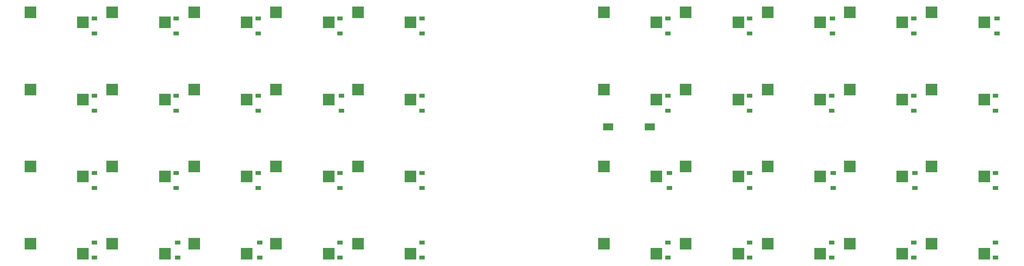
<source format=gbr>
G04 #@! TF.GenerationSoftware,KiCad,Pcbnew,(6.0.4-0)*
G04 #@! TF.CreationDate,2022-10-01T00:01:47-05:00*
G04 #@! TF.ProjectId,keezyboost40,6b65657a-7962-46f6-9f73-7434302e6b69,rev?*
G04 #@! TF.SameCoordinates,Original*
G04 #@! TF.FileFunction,Paste,Bot*
G04 #@! TF.FilePolarity,Positive*
%FSLAX46Y46*%
G04 Gerber Fmt 4.6, Leading zero omitted, Abs format (unit mm)*
G04 Created by KiCad (PCBNEW (6.0.4-0)) date 2022-10-01 00:01:47*
%MOMM*%
%LPD*%
G01*
G04 APERTURE LIST*
%ADD10R,2.600000X2.600000*%
%ADD11R,1.200000X0.900000*%
%ADD12R,2.180000X1.600000*%
G04 APERTURE END LIST*
D10*
X205275000Y-60950000D03*
X193725000Y-58750000D03*
X61275000Y-43950000D03*
X49725000Y-41750000D03*
X97275000Y-26950000D03*
X85725000Y-24750000D03*
X79275000Y-77950000D03*
X67725000Y-75750000D03*
X151275000Y-77950000D03*
X139725000Y-75750000D03*
X187275000Y-26950000D03*
X175725000Y-24750000D03*
X25275000Y-26950000D03*
X13725000Y-24750000D03*
X43275000Y-43950000D03*
X31725000Y-41750000D03*
X79275000Y-43950000D03*
X67725000Y-41750000D03*
X43275000Y-77950000D03*
X31725000Y-75750000D03*
X223275000Y-43950000D03*
X211725000Y-41750000D03*
X25275000Y-60950000D03*
X13725000Y-58750000D03*
X43275000Y-26950000D03*
X31725000Y-24750000D03*
X97275000Y-77950000D03*
X85725000Y-75750000D03*
X205275000Y-26950000D03*
X193725000Y-24750000D03*
X205275000Y-77950000D03*
X193725000Y-75750000D03*
X223275000Y-60950000D03*
X211725000Y-58750000D03*
X25275000Y-43950000D03*
X13725000Y-41750000D03*
X61275000Y-60950000D03*
X49725000Y-58750000D03*
X205275000Y-43950000D03*
X193725000Y-41750000D03*
X151275000Y-60950000D03*
X139725000Y-58750000D03*
X187275000Y-43950000D03*
X175725000Y-41750000D03*
X187275000Y-77950000D03*
X175725000Y-75750000D03*
X61275000Y-77950000D03*
X49725000Y-75750000D03*
X223275000Y-77950000D03*
X211725000Y-75750000D03*
X223275000Y-26950000D03*
X211725000Y-24750000D03*
X97275000Y-43950000D03*
X85725000Y-41750000D03*
X169275000Y-60950000D03*
X157725000Y-58750000D03*
X61275000Y-26950000D03*
X49725000Y-24750000D03*
X25275000Y-77950000D03*
X13725000Y-75750000D03*
X151275000Y-26950000D03*
X139725000Y-24750000D03*
X169275000Y-77950000D03*
X157725000Y-75750000D03*
X169275000Y-43950000D03*
X157725000Y-41750000D03*
X169275000Y-26950000D03*
X157725000Y-24750000D03*
X79275000Y-26950000D03*
X67725000Y-24750000D03*
X187275000Y-60950000D03*
X175725000Y-58750000D03*
X79275000Y-60950000D03*
X67725000Y-58750000D03*
X43275000Y-60950000D03*
X31725000Y-58750000D03*
X97275000Y-60950000D03*
X85725000Y-58750000D03*
X151275000Y-43950000D03*
X139725000Y-41750000D03*
D11*
X225775100Y-63450000D03*
X225775100Y-60150000D03*
X207775100Y-29450000D03*
X207775100Y-26150000D03*
X63775100Y-46450000D03*
X63775100Y-43150000D03*
X171775100Y-75450000D03*
X171775100Y-78750000D03*
X27775100Y-63450000D03*
X27775100Y-60150000D03*
X99775100Y-75450000D03*
X99775100Y-78750000D03*
X99775100Y-46450000D03*
X99775100Y-43150000D03*
X64100000Y-75450000D03*
X64100000Y-78750000D03*
X63775100Y-29450000D03*
X63775100Y-26150000D03*
X27775100Y-29450000D03*
X27775100Y-26150000D03*
X207775100Y-75450000D03*
X207775100Y-78750000D03*
X45775100Y-63450000D03*
X45775100Y-60150000D03*
X153775100Y-46450000D03*
X153775100Y-43150000D03*
X45775100Y-29450000D03*
X45775100Y-26150000D03*
X225775100Y-46450000D03*
X225775100Y-43150000D03*
X81775100Y-29450000D03*
X81775100Y-26150000D03*
X208100000Y-63450000D03*
X208100000Y-60150000D03*
X153775100Y-75450000D03*
X153775100Y-78750000D03*
X99775100Y-29450000D03*
X99775100Y-26150000D03*
X27775100Y-46450000D03*
X27775100Y-43150000D03*
X81775100Y-63450000D03*
X81775100Y-60150000D03*
X226100000Y-29450000D03*
X226100000Y-26150000D03*
X46100000Y-75450000D03*
X46100000Y-78750000D03*
X82100000Y-46450000D03*
X82100000Y-43150000D03*
X171775100Y-46450000D03*
X171775100Y-43150000D03*
X189775100Y-46450000D03*
X189775100Y-43150000D03*
D12*
X140666250Y-50006250D03*
X149846250Y-50006250D03*
D11*
X171775100Y-29450000D03*
X171775100Y-26150000D03*
X153775100Y-29450000D03*
X153775100Y-26150000D03*
X171775100Y-63450000D03*
X171775100Y-60150000D03*
X63775100Y-63450000D03*
X63775100Y-60150000D03*
X189775100Y-75450000D03*
X189775100Y-78750000D03*
X225775100Y-75450000D03*
X225775100Y-78750000D03*
X154100000Y-63450000D03*
X154100000Y-60150000D03*
X99775100Y-63450000D03*
X99775100Y-60150000D03*
X45775100Y-46450000D03*
X45775100Y-43150000D03*
X27775100Y-75450000D03*
X27775100Y-78750000D03*
X189925100Y-29450000D03*
X189925100Y-26150000D03*
X81775100Y-75450000D03*
X81775100Y-78750000D03*
X207775100Y-46450000D03*
X207775100Y-43150000D03*
X190100000Y-63450000D03*
X190100000Y-60150000D03*
M02*

</source>
